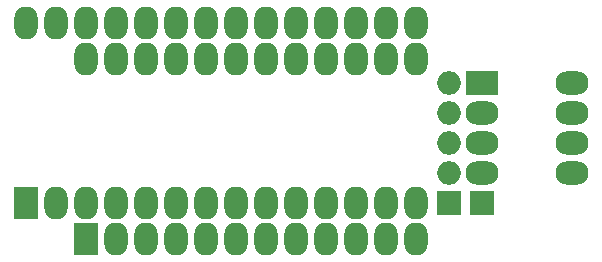
<source format=gbs>
G04 #@! TF.GenerationSoftware,KiCad,Pcbnew,(5.0.0)*
G04 #@! TF.CreationDate,2018-10-17T10:54:46-04:00*
G04 #@! TF.ProjectId,Multi-PET-ROM,4D756C74692D5045542D524F4D2E6B69,rev?*
G04 #@! TF.SameCoordinates,Original*
G04 #@! TF.FileFunction,Soldermask,Bot*
G04 #@! TF.FilePolarity,Negative*
%FSLAX46Y46*%
G04 Gerber Fmt 4.6, Leading zero omitted, Abs format (unit mm)*
G04 Created by KiCad (PCBNEW (5.0.0)) date 10/17/18 10:54:46*
%MOMM*%
%LPD*%
G01*
G04 APERTURE LIST*
%ADD10R,2.800000X2.000000*%
%ADD11O,2.800000X2.000000*%
%ADD12R,2.000000X2.800000*%
%ADD13O,2.000000X2.800000*%
%ADD14R,2.100000X2.100000*%
%ADD15R,2.000000X2.000000*%
%ADD16O,2.000000X2.000000*%
G04 APERTURE END LIST*
D10*
G04 #@! TO.C,SW1*
X153162000Y-85090000D03*
D11*
X160782000Y-92710000D03*
X153162000Y-87630000D03*
X160782000Y-90170000D03*
X153162000Y-90170000D03*
X160782000Y-87630000D03*
X153162000Y-92710000D03*
X160782000Y-85090000D03*
G04 #@! TD*
D12*
G04 #@! TO.C,U1*
X119634000Y-98298000D03*
D13*
X147574000Y-83058000D03*
X122174000Y-98298000D03*
X145034000Y-83058000D03*
X124714000Y-98298000D03*
X142494000Y-83058000D03*
X127254000Y-98298000D03*
X139954000Y-83058000D03*
X129794000Y-98298000D03*
X137414000Y-83058000D03*
X132334000Y-98298000D03*
X134874000Y-83058000D03*
X134874000Y-98298000D03*
X132334000Y-83058000D03*
X137414000Y-98298000D03*
X129794000Y-83058000D03*
X139954000Y-98298000D03*
X127254000Y-83058000D03*
X142494000Y-98298000D03*
X124714000Y-83058000D03*
X145034000Y-98298000D03*
X122174000Y-83058000D03*
X147574000Y-98298000D03*
X119634000Y-83058000D03*
G04 #@! TD*
D12*
G04 #@! TO.C,U2*
X114585750Y-95192850D03*
D13*
X147605750Y-79952850D03*
X117125750Y-95192850D03*
X145065750Y-79952850D03*
X119665750Y-95192850D03*
X142525750Y-79952850D03*
X122205750Y-95192850D03*
X139985750Y-79952850D03*
X124745750Y-95192850D03*
X137445750Y-79952850D03*
X127285750Y-95192850D03*
X134905750Y-79952850D03*
X129825750Y-95192850D03*
X132365750Y-79952850D03*
X132365750Y-95192850D03*
X129825750Y-79952850D03*
X134905750Y-95192850D03*
X127285750Y-79952850D03*
X137445750Y-95192850D03*
X124745750Y-79952850D03*
X139985750Y-95192850D03*
X122205750Y-79952850D03*
X142525750Y-95192850D03*
X119665750Y-79952850D03*
X145065750Y-95192850D03*
X117125750Y-79952850D03*
X147605750Y-95192850D03*
X114585750Y-79952850D03*
G04 #@! TD*
D14*
G04 #@! TO.C,J1*
X153162000Y-95250000D03*
G04 #@! TD*
D15*
G04 #@! TO.C,RN1*
X150368000Y-95250000D03*
D16*
X150368000Y-92710000D03*
X150368000Y-90170000D03*
X150368000Y-87630000D03*
X150368000Y-85090000D03*
G04 #@! TD*
M02*

</source>
